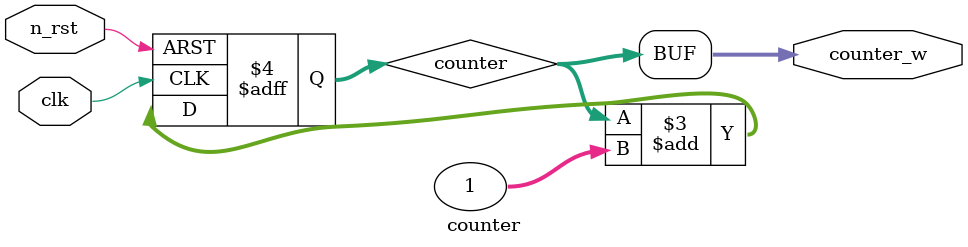
<source format=sv>
module counter (
	input n_rst,
	input clk,
	output [63:0] counter_w
);

	logic [63:0] counter;
	assign counter_w = counter;

	always_ff @(negedge n_rst or posedge clk) begin
		if(!n_rst)begin
			counter <= 0;
		end else begin
			counter <= counter + 1;
		end
	end

endmodule

</source>
